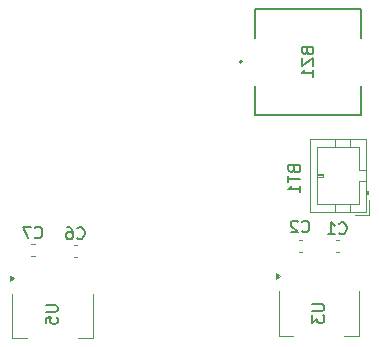
<source format=gbr>
%TF.GenerationSoftware,KiCad,Pcbnew,8.0.8-8.0.8-0~ubuntu24.04.1*%
%TF.CreationDate,2025-07-29T22:47:38-04:00*%
%TF.ProjectId,electronics,656c6563-7472-46f6-9e69-63732e6b6963,rev?*%
%TF.SameCoordinates,Original*%
%TF.FileFunction,Legend,Bot*%
%TF.FilePolarity,Positive*%
%FSLAX46Y46*%
G04 Gerber Fmt 4.6, Leading zero omitted, Abs format (unit mm)*
G04 Created by KiCad (PCBNEW 8.0.8-8.0.8-0~ubuntu24.04.1) date 2025-07-29 22:47:38*
%MOMM*%
%LPD*%
G01*
G04 APERTURE LIST*
%ADD10C,0.150000*%
%ADD11C,0.200000*%
%ADD12C,0.127000*%
%ADD13C,0.120000*%
G04 APERTURE END LIST*
D10*
X153591009Y-82649047D02*
X153638628Y-82791904D01*
X153638628Y-82791904D02*
X153686247Y-82839523D01*
X153686247Y-82839523D02*
X153781485Y-82887142D01*
X153781485Y-82887142D02*
X153924342Y-82887142D01*
X153924342Y-82887142D02*
X154019580Y-82839523D01*
X154019580Y-82839523D02*
X154067200Y-82791904D01*
X154067200Y-82791904D02*
X154114819Y-82696666D01*
X154114819Y-82696666D02*
X154114819Y-82315714D01*
X154114819Y-82315714D02*
X153114819Y-82315714D01*
X153114819Y-82315714D02*
X153114819Y-82649047D01*
X153114819Y-82649047D02*
X153162438Y-82744285D01*
X153162438Y-82744285D02*
X153210057Y-82791904D01*
X153210057Y-82791904D02*
X153305295Y-82839523D01*
X153305295Y-82839523D02*
X153400533Y-82839523D01*
X153400533Y-82839523D02*
X153495771Y-82791904D01*
X153495771Y-82791904D02*
X153543390Y-82744285D01*
X153543390Y-82744285D02*
X153591009Y-82649047D01*
X153591009Y-82649047D02*
X153591009Y-82315714D01*
X153114819Y-83220476D02*
X153114819Y-83887142D01*
X153114819Y-83887142D02*
X154114819Y-83220476D01*
X154114819Y-83220476D02*
X154114819Y-83887142D01*
X154114819Y-84791904D02*
X154114819Y-84220476D01*
X154114819Y-84506190D02*
X153114819Y-84506190D01*
X153114819Y-84506190D02*
X153257676Y-84410952D01*
X153257676Y-84410952D02*
X153352914Y-84315714D01*
X153352914Y-84315714D02*
X153400533Y-84220476D01*
X154034819Y-104058095D02*
X154844342Y-104058095D01*
X154844342Y-104058095D02*
X154939580Y-104105714D01*
X154939580Y-104105714D02*
X154987200Y-104153333D01*
X154987200Y-104153333D02*
X155034819Y-104248571D01*
X155034819Y-104248571D02*
X155034819Y-104439047D01*
X155034819Y-104439047D02*
X154987200Y-104534285D01*
X154987200Y-104534285D02*
X154939580Y-104581904D01*
X154939580Y-104581904D02*
X154844342Y-104629523D01*
X154844342Y-104629523D02*
X154034819Y-104629523D01*
X154034819Y-105010476D02*
X154034819Y-105629523D01*
X154034819Y-105629523D02*
X154415771Y-105296190D01*
X154415771Y-105296190D02*
X154415771Y-105439047D01*
X154415771Y-105439047D02*
X154463390Y-105534285D01*
X154463390Y-105534285D02*
X154511009Y-105581904D01*
X154511009Y-105581904D02*
X154606247Y-105629523D01*
X154606247Y-105629523D02*
X154844342Y-105629523D01*
X154844342Y-105629523D02*
X154939580Y-105581904D01*
X154939580Y-105581904D02*
X154987200Y-105534285D01*
X154987200Y-105534285D02*
X155034819Y-105439047D01*
X155034819Y-105439047D02*
X155034819Y-105153333D01*
X155034819Y-105153333D02*
X154987200Y-105058095D01*
X154987200Y-105058095D02*
X154939580Y-105010476D01*
X152471009Y-92644285D02*
X152518628Y-92787142D01*
X152518628Y-92787142D02*
X152566247Y-92834761D01*
X152566247Y-92834761D02*
X152661485Y-92882380D01*
X152661485Y-92882380D02*
X152804342Y-92882380D01*
X152804342Y-92882380D02*
X152899580Y-92834761D01*
X152899580Y-92834761D02*
X152947200Y-92787142D01*
X152947200Y-92787142D02*
X152994819Y-92691904D01*
X152994819Y-92691904D02*
X152994819Y-92310952D01*
X152994819Y-92310952D02*
X151994819Y-92310952D01*
X151994819Y-92310952D02*
X151994819Y-92644285D01*
X151994819Y-92644285D02*
X152042438Y-92739523D01*
X152042438Y-92739523D02*
X152090057Y-92787142D01*
X152090057Y-92787142D02*
X152185295Y-92834761D01*
X152185295Y-92834761D02*
X152280533Y-92834761D01*
X152280533Y-92834761D02*
X152375771Y-92787142D01*
X152375771Y-92787142D02*
X152423390Y-92739523D01*
X152423390Y-92739523D02*
X152471009Y-92644285D01*
X152471009Y-92644285D02*
X152471009Y-92310952D01*
X151994819Y-93168095D02*
X151994819Y-93739523D01*
X152994819Y-93453809D02*
X151994819Y-93453809D01*
X152994819Y-94596666D02*
X152994819Y-94025238D01*
X152994819Y-94310952D02*
X151994819Y-94310952D01*
X151994819Y-94310952D02*
X152137676Y-94215714D01*
X152137676Y-94215714D02*
X152232914Y-94120476D01*
X152232914Y-94120476D02*
X152280533Y-94025238D01*
X130536666Y-98389580D02*
X130584285Y-98437200D01*
X130584285Y-98437200D02*
X130727142Y-98484819D01*
X130727142Y-98484819D02*
X130822380Y-98484819D01*
X130822380Y-98484819D02*
X130965237Y-98437200D01*
X130965237Y-98437200D02*
X131060475Y-98341961D01*
X131060475Y-98341961D02*
X131108094Y-98246723D01*
X131108094Y-98246723D02*
X131155713Y-98056247D01*
X131155713Y-98056247D02*
X131155713Y-97913390D01*
X131155713Y-97913390D02*
X131108094Y-97722914D01*
X131108094Y-97722914D02*
X131060475Y-97627676D01*
X131060475Y-97627676D02*
X130965237Y-97532438D01*
X130965237Y-97532438D02*
X130822380Y-97484819D01*
X130822380Y-97484819D02*
X130727142Y-97484819D01*
X130727142Y-97484819D02*
X130584285Y-97532438D01*
X130584285Y-97532438D02*
X130536666Y-97580057D01*
X130203332Y-97484819D02*
X129536666Y-97484819D01*
X129536666Y-97484819D02*
X129965237Y-98484819D01*
X153166666Y-97889580D02*
X153214285Y-97937200D01*
X153214285Y-97937200D02*
X153357142Y-97984819D01*
X153357142Y-97984819D02*
X153452380Y-97984819D01*
X153452380Y-97984819D02*
X153595237Y-97937200D01*
X153595237Y-97937200D02*
X153690475Y-97841961D01*
X153690475Y-97841961D02*
X153738094Y-97746723D01*
X153738094Y-97746723D02*
X153785713Y-97556247D01*
X153785713Y-97556247D02*
X153785713Y-97413390D01*
X153785713Y-97413390D02*
X153738094Y-97222914D01*
X153738094Y-97222914D02*
X153690475Y-97127676D01*
X153690475Y-97127676D02*
X153595237Y-97032438D01*
X153595237Y-97032438D02*
X153452380Y-96984819D01*
X153452380Y-96984819D02*
X153357142Y-96984819D01*
X153357142Y-96984819D02*
X153214285Y-97032438D01*
X153214285Y-97032438D02*
X153166666Y-97080057D01*
X152785713Y-97080057D02*
X152738094Y-97032438D01*
X152738094Y-97032438D02*
X152642856Y-96984819D01*
X152642856Y-96984819D02*
X152404761Y-96984819D01*
X152404761Y-96984819D02*
X152309523Y-97032438D01*
X152309523Y-97032438D02*
X152261904Y-97080057D01*
X152261904Y-97080057D02*
X152214285Y-97175295D01*
X152214285Y-97175295D02*
X152214285Y-97270533D01*
X152214285Y-97270533D02*
X152261904Y-97413390D01*
X152261904Y-97413390D02*
X152833332Y-97984819D01*
X152833332Y-97984819D02*
X152214285Y-97984819D01*
X131464819Y-104148095D02*
X132274342Y-104148095D01*
X132274342Y-104148095D02*
X132369580Y-104195714D01*
X132369580Y-104195714D02*
X132417200Y-104243333D01*
X132417200Y-104243333D02*
X132464819Y-104338571D01*
X132464819Y-104338571D02*
X132464819Y-104529047D01*
X132464819Y-104529047D02*
X132417200Y-104624285D01*
X132417200Y-104624285D02*
X132369580Y-104671904D01*
X132369580Y-104671904D02*
X132274342Y-104719523D01*
X132274342Y-104719523D02*
X131464819Y-104719523D01*
X131464819Y-105671904D02*
X131464819Y-105195714D01*
X131464819Y-105195714D02*
X131941009Y-105148095D01*
X131941009Y-105148095D02*
X131893390Y-105195714D01*
X131893390Y-105195714D02*
X131845771Y-105290952D01*
X131845771Y-105290952D02*
X131845771Y-105529047D01*
X131845771Y-105529047D02*
X131893390Y-105624285D01*
X131893390Y-105624285D02*
X131941009Y-105671904D01*
X131941009Y-105671904D02*
X132036247Y-105719523D01*
X132036247Y-105719523D02*
X132274342Y-105719523D01*
X132274342Y-105719523D02*
X132369580Y-105671904D01*
X132369580Y-105671904D02*
X132417200Y-105624285D01*
X132417200Y-105624285D02*
X132464819Y-105529047D01*
X132464819Y-105529047D02*
X132464819Y-105290952D01*
X132464819Y-105290952D02*
X132417200Y-105195714D01*
X132417200Y-105195714D02*
X132369580Y-105148095D01*
X134126666Y-98449580D02*
X134174285Y-98497200D01*
X134174285Y-98497200D02*
X134317142Y-98544819D01*
X134317142Y-98544819D02*
X134412380Y-98544819D01*
X134412380Y-98544819D02*
X134555237Y-98497200D01*
X134555237Y-98497200D02*
X134650475Y-98401961D01*
X134650475Y-98401961D02*
X134698094Y-98306723D01*
X134698094Y-98306723D02*
X134745713Y-98116247D01*
X134745713Y-98116247D02*
X134745713Y-97973390D01*
X134745713Y-97973390D02*
X134698094Y-97782914D01*
X134698094Y-97782914D02*
X134650475Y-97687676D01*
X134650475Y-97687676D02*
X134555237Y-97592438D01*
X134555237Y-97592438D02*
X134412380Y-97544819D01*
X134412380Y-97544819D02*
X134317142Y-97544819D01*
X134317142Y-97544819D02*
X134174285Y-97592438D01*
X134174285Y-97592438D02*
X134126666Y-97640057D01*
X133269523Y-97544819D02*
X133459999Y-97544819D01*
X133459999Y-97544819D02*
X133555237Y-97592438D01*
X133555237Y-97592438D02*
X133602856Y-97640057D01*
X133602856Y-97640057D02*
X133698094Y-97782914D01*
X133698094Y-97782914D02*
X133745713Y-97973390D01*
X133745713Y-97973390D02*
X133745713Y-98354342D01*
X133745713Y-98354342D02*
X133698094Y-98449580D01*
X133698094Y-98449580D02*
X133650475Y-98497200D01*
X133650475Y-98497200D02*
X133555237Y-98544819D01*
X133555237Y-98544819D02*
X133364761Y-98544819D01*
X133364761Y-98544819D02*
X133269523Y-98497200D01*
X133269523Y-98497200D02*
X133221904Y-98449580D01*
X133221904Y-98449580D02*
X133174285Y-98354342D01*
X133174285Y-98354342D02*
X133174285Y-98116247D01*
X133174285Y-98116247D02*
X133221904Y-98021009D01*
X133221904Y-98021009D02*
X133269523Y-97973390D01*
X133269523Y-97973390D02*
X133364761Y-97925771D01*
X133364761Y-97925771D02*
X133555237Y-97925771D01*
X133555237Y-97925771D02*
X133650475Y-97973390D01*
X133650475Y-97973390D02*
X133698094Y-98021009D01*
X133698094Y-98021009D02*
X133745713Y-98116247D01*
X156311666Y-98039580D02*
X156359285Y-98087200D01*
X156359285Y-98087200D02*
X156502142Y-98134819D01*
X156502142Y-98134819D02*
X156597380Y-98134819D01*
X156597380Y-98134819D02*
X156740237Y-98087200D01*
X156740237Y-98087200D02*
X156835475Y-97991961D01*
X156835475Y-97991961D02*
X156883094Y-97896723D01*
X156883094Y-97896723D02*
X156930713Y-97706247D01*
X156930713Y-97706247D02*
X156930713Y-97563390D01*
X156930713Y-97563390D02*
X156883094Y-97372914D01*
X156883094Y-97372914D02*
X156835475Y-97277676D01*
X156835475Y-97277676D02*
X156740237Y-97182438D01*
X156740237Y-97182438D02*
X156597380Y-97134819D01*
X156597380Y-97134819D02*
X156502142Y-97134819D01*
X156502142Y-97134819D02*
X156359285Y-97182438D01*
X156359285Y-97182438D02*
X156311666Y-97230057D01*
X155359285Y-98134819D02*
X155930713Y-98134819D01*
X155644999Y-98134819D02*
X155644999Y-97134819D01*
X155644999Y-97134819D02*
X155740237Y-97277676D01*
X155740237Y-97277676D02*
X155835475Y-97372914D01*
X155835475Y-97372914D02*
X155930713Y-97420533D01*
D11*
%TO.C,BZ1*%
X148060000Y-83530000D02*
G75*
G02*
X147860000Y-83530000I-100000J0D01*
G01*
X147860000Y-83530000D02*
G75*
G02*
X148060000Y-83530000I100000J0D01*
G01*
D12*
X149160000Y-79030000D02*
X158160000Y-79030000D01*
X158160000Y-79030000D02*
X158160000Y-81510000D01*
X158160000Y-85550000D02*
X158160000Y-88030000D01*
X149160000Y-81510000D02*
X149160000Y-79030000D01*
X149160000Y-88030000D02*
X149160000Y-85550000D01*
X158160000Y-88030000D02*
X149160000Y-88030000D01*
D13*
%TO.C,U3*%
X151170000Y-106730000D02*
X151170000Y-102970000D01*
X152430000Y-106730000D02*
X151170000Y-106730000D01*
X156730000Y-106730000D02*
X157990000Y-106730000D01*
X157990000Y-106730000D02*
X157990000Y-102970000D01*
X151270000Y-101690000D02*
X150940000Y-101930000D01*
X150940000Y-101450000D01*
X151270000Y-101690000D01*
G36*
X151270000Y-101690000D02*
G01*
X150940000Y-101930000D01*
X150940000Y-101450000D01*
X151270000Y-101690000D01*
G37*
%TO.C,BT1*%
X153840000Y-90100000D02*
X153840000Y-96220000D01*
X153840000Y-96220000D02*
X158560000Y-96220000D01*
X154450000Y-90710000D02*
X154450000Y-95610000D01*
X154450000Y-93060000D02*
X154950000Y-93060000D01*
X154450000Y-95610000D02*
X157950000Y-95610000D01*
X154950000Y-93060000D02*
X154950000Y-93260000D01*
X154950000Y-93160000D02*
X154450000Y-93160000D01*
X154950000Y-93260000D02*
X154450000Y-93260000D01*
X155950000Y-90710000D02*
X155950000Y-90100000D01*
X155950000Y-95610000D02*
X155950000Y-96220000D01*
X157250000Y-90710000D02*
X157250000Y-90100000D01*
X157250000Y-95610000D02*
X157250000Y-96220000D01*
X157610000Y-96520000D02*
X158860000Y-96520000D01*
X157950000Y-90710000D02*
X154450000Y-90710000D01*
X157950000Y-92660000D02*
X157950000Y-90710000D01*
X157950000Y-93660000D02*
X158560000Y-93660000D01*
X157950000Y-95610000D02*
X157950000Y-93660000D01*
X158560000Y-90100000D02*
X153840000Y-90100000D01*
X158560000Y-92660000D02*
X157950000Y-92660000D01*
X158560000Y-94760000D02*
X158760000Y-94760000D01*
X158560000Y-96220000D02*
X158560000Y-90100000D01*
X158660000Y-94760000D02*
X158660000Y-94460000D01*
X158760000Y-94460000D02*
X158560000Y-94460000D01*
X158760000Y-94760000D02*
X158760000Y-94460000D01*
X158860000Y-96520000D02*
X158860000Y-95270000D01*
%TO.C,C7*%
X130229420Y-98950000D02*
X130510580Y-98950000D01*
X130229420Y-99970000D02*
X130510580Y-99970000D01*
%TO.C,C2*%
X153140580Y-98590000D02*
X152859420Y-98590000D01*
X153140580Y-99610000D02*
X152859420Y-99610000D01*
%TO.C,U5*%
X128640000Y-106920000D02*
X128640000Y-103160000D01*
X129900000Y-106920000D02*
X128640000Y-106920000D01*
X134200000Y-106920000D02*
X135460000Y-106920000D01*
X135460000Y-106920000D02*
X135460000Y-103160000D01*
X128740000Y-101880000D02*
X128410000Y-102120000D01*
X128410000Y-101640000D01*
X128740000Y-101880000D01*
G36*
X128740000Y-101880000D02*
G01*
X128410000Y-102120000D01*
X128410000Y-101640000D01*
X128740000Y-101880000D01*
G37*
%TO.C,C6*%
X133819420Y-99010000D02*
X134100580Y-99010000D01*
X133819420Y-100030000D02*
X134100580Y-100030000D01*
%TO.C,C1*%
X156004420Y-98600000D02*
X156285580Y-98600000D01*
X156004420Y-99620000D02*
X156285580Y-99620000D01*
%TD*%
M02*

</source>
